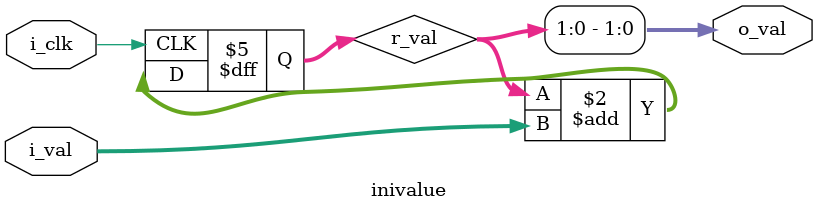
<source format=v>
module inivalue(i_clk, i_val, o_val);
	input	wire	i_clk;
	input	wire	[2:0]	i_val;
	output	reg	[1:0]	o_val;

	reg	[2:0]	r_val;

	initial	r_val = 0;
	always @(posedge i_clk)
		r_val <= r_val + i_val;

	always @(*)
		o_val = r_val[1:0];

endmodule

</source>
